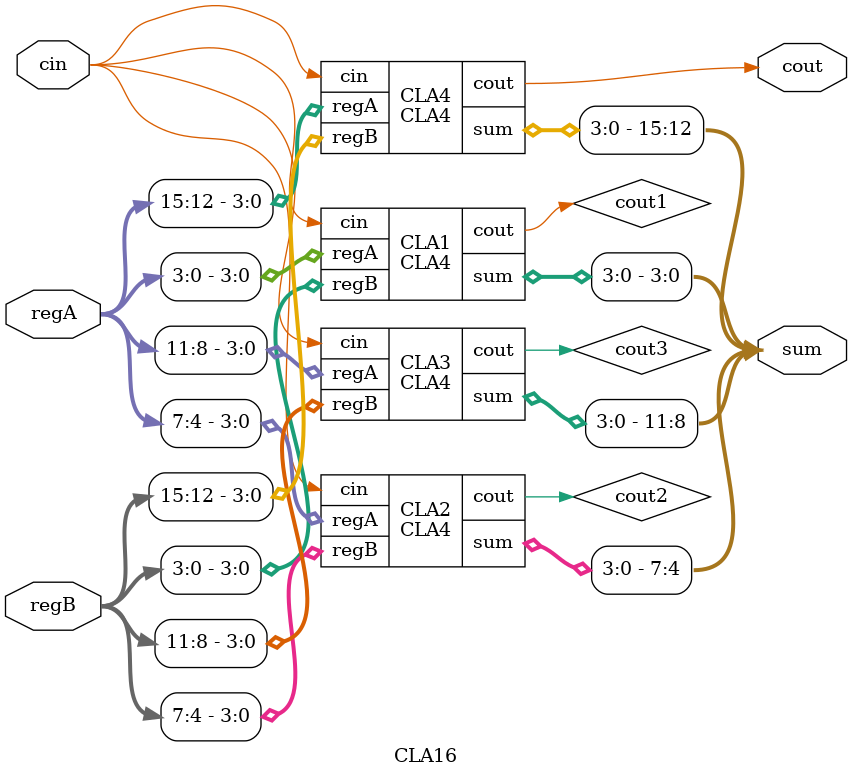
<source format=v>

`timescale 1ns/10ps

module add_op (input [31:0] regA, input [31:0] regB, input wire cin, 
	output wire [31:0] sum, output wire cout); 

	wire cout1; 

	CLA16 CLA1 (.regA(regA[15:0]), .regB(regB[15:0]), .cin(cin), .sum(sum[15:0]), .cout(cout1)); //bottom 16-bits
	CLA16 CLA2 (.regA(regA[31:16]), .regB(regB[31:16]), .cin(cout1), .sum(sum[31:16]), .cout(cout)); //top 16-bits
endmodule


//implementing a 4-bit carry lookahead adder, CLA4
module CLA4 (input [3:0] regA, input [3:0] regB, input wire cin, output wire [3:0] sum, output wire cout);

	wire [3:0] prop, gen, carry; 

	assign prop = regA ^ regB;
	assign gen = regA & regB;
	assign carry[0] = cin;
	assign carry[1] = gen[0] | (prop[0] & carry[0]);
	assign carry[2]= gen[1] | (prop[1] & gen[0]) | (prop[1] & prop[0] & carry[0]);
	assign carry[3]= gen[2] | (prop[2] & gen[1]) | (prop[2] & prop[1] & gen[0]) | (prop[2] & prop[1] & prop[0] & carry[0]);
	assign cout = gen[3] | (prop[3]&gen[2]) | (prop[3]&prop[2]&gen[1]) | (prop[3]&prop[2]&prop[1]&gen[0]) | (prop[3]&prop[2]&prop[1]&prop[0]&carry[0]);
	assign sum[3:0] = prop ^ carry;

endmodule
	

//implementing 16-bit carry lookahead adder, CLA16
module CLA16 (input [15:0] regA, input [15:0] regB, input wire cin, output wire [15:0] sum, output wire cout);
	wire cout1, cout2, cout3;
	//composed of four 4-bit carry lookahead adders implemented above 
	CLA4 CLA1 (.regA(regA[3:0]), .regB(regB[3:0]), .cin(cin), .sum(sum[3:0]), .cout(cout1)); 
	CLA4 CLA2 (.regA(regA[7:4]), .regB(regB[7:4]), .cin(cin), .sum(sum[7:4]), .cout(cout2));
	CLA4 CLA3 (.regA(regA[11:8]), .regB(regB[11:8]), .cin(cin), .sum(sum[11:8]), .cout(cout3));
	CLA4 CLA4 (.regA(regA[15:12]), .regB(regB[15:12]), .cin(cin), .sum(sum[15:12]), .cout(cout));
endmodule
</source>
